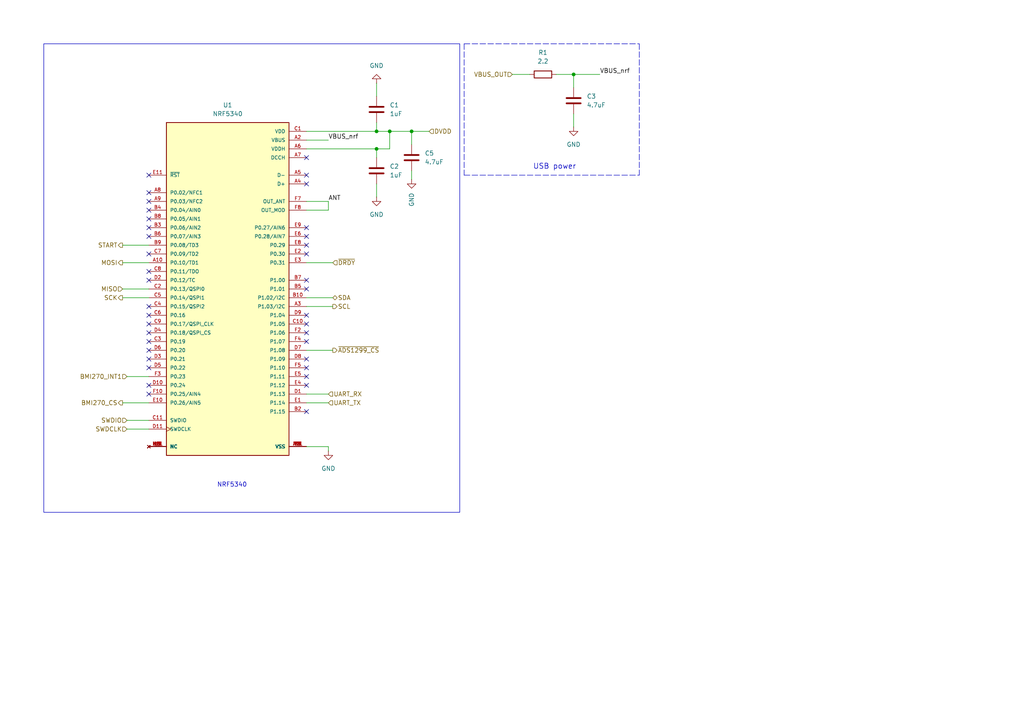
<source format=kicad_sch>
(kicad_sch (version 20231120) (generator "eeschema") (generator_version "8.0")
  (paper "A4")
  (lib_symbols
    (symbol "Device:C" (pin_numbers hide) (pin_names (offset 0.254))
      (property "Reference" "C" (at 0.635 2.54 0))
      (property "Value" "C" (at 0.635 -2.54 0))
      (symbol "C_0_1"
        (polyline (pts (xy -2.032 -0.762) (xy 2.032 -0.762)) (stroke (width 0.508)))
        (polyline (pts (xy -2.032 0.762) (xy 2.032 0.762)) (stroke (width 0.508)))
      )
      (symbol "C_1_1"
        (pin passive line (at 0 3.81 270) (length 2.794) (name "~") (number "1"))
        (pin passive line (at 0 -3.81 90) (length 2.794) (name "~") (number "2"))
      )
    )
    (symbol "Device:R" (pin_numbers hide) (pin_names (offset 0))
      (property "Reference" "R" (at 2.032 0 90))
      (property "Value" "R" (at 0 0 90))
      (symbol "R_0_1"
        (rectangle (start -1.016 -2.54) (end 1.016 2.54) (stroke (width 0.254)))
      )
      (symbol "R_1_1"
        (pin passive line (at 0 3.81 270) (length 1.27) (name "~") (number "1"))
        (pin passive line (at 0 -3.81 90) (length 1.27) (name "~") (number "2"))
      )
    )
    (symbol "ISP2053-AX-RS_1" (pin_names (offset 1.016))
      (property "Reference" "U" (at -17.78 49.022 0))
      (property "Value" "ISP2053-AX-RS" (at -17.78 -50.8 0))
      (symbol "ISP2053-AX-RS_1_0_0"
        (rectangle (start -17.78 -48.26) (end 17.78 48.26) (stroke (width 0.254)) (fill (type background)))
        (pin power_in line (at 22.86 -45.72 180) (length 5.08) (name "VSS") (number "A1"))
        (pin bidirectional line (at -22.86 7.62 0) (length 5.08) (name "P0.10/TD1") (number "A10"))
        (pin power_in line (at 22.86 -45.72 180) (length 5.08) (name "VSS") (number "A11"))
        (pin power_in line (at 22.86 43.18 180) (length 5.08) (name "VBUS") (number "A2"))
        (pin bidirectional line (at 22.86 -5.08 180) (length 5.08) (name "P1.03/I2C") (number "A3"))
        (pin bidirectional line (at 22.86 30.48 180) (length 5.08) (name "D+") (number "A4"))
        (pin bidirectional line (at 22.86 33.02 180) (length 5.08) (name "D-") (number "A5"))
        (pin power_in line (at 22.86 40.64 180) (length 5.08) (name "VDDH") (number "A6"))
        (pin power_in line (at 22.86 38.1 180) (length 5.08) (name "DCCH") (number "A7"))
        (pin bidirectional line (at -22.86 27.94 0) (length 5.08) (name "P0.02/NFC1") (number "A8"))
        (pin bidirectional line (at -22.86 25.4 0) (length 5.08) (name "P0.03/NFC2") (number "A9"))
        (pin bidirectional line (at 22.86 -2.54 180) (length 5.08) (name "P1.02/I2C") (number "B10"))
        (pin bidirectional line (at 22.86 -35.56 180) (length 5.08) (name "P1.15") (number "B2"))
        (pin bidirectional line (at -22.86 17.78 0) (length 5.08) (name "P0.06/AIN2") (number "B3"))
        (pin bidirectional line (at -22.86 22.86 0) (length 5.08) (name "P0.04/AIN0") (number "B4"))
        (pin bidirectional line (at 22.86 0 180) (length 5.08) (name "P1.01") (number "B5"))
        (pin bidirectional line (at -22.86 15.24 0) (length 5.08) (name "P0.07/AIN3") (number "B6"))
        (pin bidirectional line (at 22.86 2.54 180) (length 5.08) (name "P1.00") (number "B7"))
        (pin bidirectional line (at -22.86 20.32 0) (length 5.08) (name "P0.05/AIN1") (number "B8"))
        (pin bidirectional line (at -22.86 12.7 0) (length 5.08) (name "P0.08/TD3") (number "B9"))
        (pin power_in line (at 22.86 45.72 180) (length 5.08) (name "VDD") (number "C1"))
        (pin bidirectional line (at 22.86 -10.16 180) (length 5.08) (name "P1.05") (number "C10"))
        (pin bidirectional line (at -22.86 -38.1 0) (length 5.08) (name "SWDIO") (number "C11"))
        (pin bidirectional line (at -22.86 0 0) (length 5.08) (name "P0.13/QSPI0") (number "C2"))
        (pin bidirectional line (at -22.86 -15.24 0) (length 5.08) (name "P0.19") (number "C3"))
        (pin bidirectional line (at -22.86 -5.08 0) (length 5.08) (name "P0.15/QSPI2") (number "C4"))
        (pin bidirectional line (at -22.86 -2.54 0) (length 5.08) (name "P0.14/QSPI1") (number "C5"))
        (pin bidirectional line (at -22.86 -7.62 0) (length 5.08) (name "P0.16") (number "C6"))
        (pin bidirectional line (at -22.86 10.16 0) (length 5.08) (name "P0.09/TD2") (number "C7"))
        (pin bidirectional line (at -22.86 5.08 0) (length 5.08) (name "P0.11/TDO") (number "C8"))
        (pin bidirectional line (at -22.86 -10.16 0) (length 5.08) (name "P0.17/QSPI_CLK") (number "C9"))
        (pin bidirectional line (at 22.86 -30.48 180) (length 5.08) (name "P1.13") (number "D1"))
        (pin bidirectional line (at -22.86 -27.94 0) (length 5.08) (name "P0.24") (number "D10"))
        (pin input clock (at -22.86 -40.64 0) (length 5.08) (name "SWDCLK") (number "D11"))
        (pin bidirectional line (at -22.86 2.54 0) (length 5.08) (name "P0.12/TC") (number "D2"))
        (pin bidirectional line (at -22.86 -20.32 0) (length 5.08) (name "P0.21") (number "D3"))
        (pin bidirectional line (at -22.86 -12.7 0) (length 5.08) (name "P0.18/QSPI_CS") (number "D4"))
        (pin bidirectional line (at -22.86 -22.86 0) (length 5.08) (name "P0.22") (number "D5"))
        (pin bidirectional line (at -22.86 -17.78 0) (length 5.08) (name "P0.20") (number "D6"))
        (pin bidirectional line (at 22.86 -17.78 180) (length 5.08) (name "P1.08") (number "D7"))
        (pin bidirectional line (at 22.86 -20.32 180) (length 5.08) (name "P1.09") (number "D8"))
        (pin bidirectional line (at 22.86 -7.62 180) (length 5.08) (name "P1.04") (number "D9"))
        (pin bidirectional line (at 22.86 -33.02 180) (length 5.08) (name "P1.14") (number "E1"))
        (pin bidirectional line (at -22.86 -33.02 0) (length 5.08) (name "P0.26/AIN5") (number "E10"))
        (pin input line (at -22.86 33.02 0) (length 5.08) (name "~{RST}") (number "E11"))
        (pin bidirectional line (at 22.86 10.16 180) (length 5.08) (name "P0.30") (number "E2"))
        (pin bidirectional line (at 22.86 7.62 180) (length 5.08) (name "P0.31") (number "E3"))
        (pin bidirectional line (at 22.86 -27.94 180) (length 5.08) (name "P1.12") (number "E4"))
        (pin bidirectional line (at 22.86 -25.4 180) (length 5.08) (name "P1.11") (number "E5"))
        (pin bidirectional line (at 22.86 15.24 180) (length 5.08) (name "P0.28/AIN7") (number "E6"))
        (pin power_in line (at 22.86 -45.72 180) (length 5.08) (name "VSS") (number "E7"))
        (pin bidirectional line (at 22.86 12.7 180) (length 5.08) (name "P0.29") (number "E8"))
        (pin bidirectional line (at 22.86 17.78 180) (length 5.08) (name "P0.27/AIN6") (number "E9"))
        (pin power_in line (at 22.86 -45.72 180) (length 5.08) (name "VSS") (number "F1"))
        (pin bidirectional line (at -22.86 -30.48 0) (length 5.08) (name "P0.25/AIN4") (number "F10"))
        (pin power_in line (at 22.86 -45.72 180) (length 5.08) (name "VSS") (number "F11"))
        (pin bidirectional line (at 22.86 -12.7 180) (length 5.08) (name "P1.06") (number "F2"))
        (pin bidirectional line (at -22.86 -25.4 0) (length 5.08) (name "P0.23") (number "F3"))
        (pin bidirectional line (at 22.86 -15.24 180) (length 5.08) (name "P1.07") (number "F4"))
        (pin bidirectional line (at 22.86 -22.86 180) (length 5.08) (name "P1.10") (number "F5"))
        (pin power_in line (at 22.86 -45.72 180) (length 5.08) (name "VSS") (number "F6"))
        (pin bidirectional line (at 22.86 25.4 180) (length 5.08) (name "OUT_ANT") (number "F7"))
        (pin bidirectional line (at 22.86 22.86 180) (length 5.08) (name "OUT_MOD") (number "F8"))
        (pin power_in line (at 22.86 -45.72 180) (length 5.08) (name "VSS") (number "F9"))
        (pin no_connect line (at -22.86 -45.72 0) (length 5.08) (name "NC") (number "H1"))
        (pin no_connect line (at -22.86 -45.72 0) (length 5.08) (name "NC") (number "H11"))
        (pin no_connect line (at -22.86 -45.72 0) (length 5.08) (name "NC") (number "K1"))
        (pin no_connect line (at -22.86 -45.72 0) (length 5.08) (name "NC") (number "K11"))
        (pin no_connect line (at -22.86 -45.72 0) (length 5.08) (name "NC") (number "L1"))
        (pin no_connect line (at -22.86 -45.72 0) (length 5.08) (name "NC") (number "L11"))
        (pin no_connect line (at -22.86 -45.72 0) (length 5.08) (name "NC") (number "L3"))
        (pin no_connect line (at -22.86 -45.72 0) (length 5.08) (name "NC") (number "L5"))
        (pin no_connect line (at -22.86 -45.72 0) (length 5.08) (name "NC") (number "L7"))
        (pin no_connect line (at -22.86 -45.72 0) (length 5.08) (name "NC") (number "L9"))
      )
    )
    (symbol "power:GND" (power) (pin_numbers hide) (pin_names (offset 0) hide)
      (property "Value" "GND" (at 0 -3.81 0))
      (symbol "GND_0_1"
        (polyline (pts (xy 0 0) (xy 0 -1.27) (xy 1.27 -1.27) (xy 0 -2.54) (xy -1.27 -1.27) (xy 0 -1.27)))
      )
      (symbol "GND_1_1"
        (pin power_in line (at 0 0 270) (length 0) (name "~") (number "1"))
      )
    )
  )
  (junction (at 109.22 38.1))
  (junction (at 109.22 43.18))
  (junction (at 119.38 38.1))
  (junction (at 166.37 21.59))
  (junction (at 113.03 38.1))
  (no_connect (at 43.18 88.9))
  (no_connect (at 43.18 66.04))
  (no_connect (at 43.18 73.66))
  (no_connect (at 88.9 66.04))
  (no_connect (at 43.18 55.88))
  (no_connect (at 88.9 45.72))
  (no_connect (at 88.9 83.82))
  (no_connect (at 88.9 81.28))
  (no_connect (at 88.9 68.58))
  (no_connect (at 88.9 111.76))
  (no_connect (at 43.18 104.14))
  (no_connect (at 88.9 53.34))
  (no_connect (at 43.18 91.44))
  (no_connect (at 88.9 119.38))
  (no_connect (at 43.18 78.74))
  (no_connect (at 43.18 68.58))
  (no_connect (at 88.9 109.22))
  (no_connect (at 43.18 93.98))
  (no_connect (at 43.18 63.5))
  (no_connect (at 88.9 91.44))
  (no_connect (at 88.9 73.66))
  (no_connect (at 88.9 104.14))
  (no_connect (at 88.9 99.06))
  (no_connect (at 88.9 50.8))
  (no_connect (at 43.18 99.06))
  (no_connect (at 43.18 111.76))
  (no_connect (at 43.18 101.6))
  (no_connect (at 43.18 60.96))
  (no_connect (at 43.18 58.42))
  (no_connect (at 88.9 96.52))
  (no_connect (at 43.18 106.68))
  (no_connect (at 43.18 114.3))
  (no_connect (at 88.9 71.12))
  (no_connect (at 43.18 50.8))
  (no_connect (at 43.18 81.28))
  (no_connect (at 88.9 106.68))
  (no_connect (at 43.18 96.52))
  (no_connect (at 88.9 93.98))
  (wire (pts (xy 96.52 86.36) (xy 88.9 86.36)))
  (wire (pts (xy 88.9 43.18) (xy 109.22 43.18)))
  (wire (pts (xy 161.29 21.59) (xy 166.37 21.59)))
  (wire (pts (xy 88.9 58.42) (xy 95.25 58.42)))
  (wire (pts (xy 96.52 101.6) (xy 88.9 101.6)))
  (wire (pts (xy 88.9 116.84) (xy 95.25 116.84)))
  (wire (pts (xy 43.18 109.22) (xy 36.83 109.22)))
  (wire (pts (xy 88.9 114.3) (xy 95.25 114.3)))
  (wire (pts (xy 36.83 124.46) (xy 43.18 124.46)))
  (wire (pts (xy 35.56 83.82) (xy 43.18 83.82)))
  (wire (pts (xy 88.9 38.1) (xy 109.22 38.1)))
  (wire (pts (xy 109.22 35.56) (xy 109.22 38.1)))
  (wire (pts (xy 35.56 86.36) (xy 43.18 86.36)))
  (wire (pts (xy 88.9 76.2) (xy 96.52 76.2)))
  (wire (pts (xy 109.22 27.94) (xy 109.22 24.13)))
  (wire (pts (xy 113.03 43.18) (xy 109.22 43.18)))
  (wire (pts (xy 35.56 116.84) (xy 43.18 116.84)))
  (wire (pts (xy 113.03 38.1) (xy 113.03 43.18)))
  (wire (pts (xy 148.59 21.59) (xy 153.67 21.59)))
  (wire (pts (xy 95.25 129.54) (xy 88.9 129.54)))
  (polyline (pts (xy 134.62 12.7) (xy 185.42 12.7)) (stroke (width 0) (type dash)))
  (wire (pts (xy 109.22 43.18) (xy 109.22 45.72)))
  (wire (pts (xy 119.38 49.53) (xy 119.38 52.07)))
  (wire (pts (xy 88.9 40.64) (xy 95.25 40.64)))
  (wire (pts (xy 119.38 38.1) (xy 124.46 38.1)))
  (wire (pts (xy 95.25 58.42) (xy 95.25 60.96)))
  (wire (pts (xy 88.9 60.96) (xy 95.25 60.96)))
  (polyline (pts (xy 185.42 12.7) (xy 185.42 50.8)) (stroke (width 0) (type dash)))
  (wire (pts (xy 43.18 71.12) (xy 35.56 71.12)))
  (wire (pts (xy 36.83 121.92) (xy 43.18 121.92)))
  (wire (pts (xy 166.37 33.02) (xy 166.37 36.83)))
  (polyline (pts (xy 134.62 50.8) (xy 185.42 50.8)) (stroke (width 0) (type dash)))
  (wire (pts (xy 166.37 21.59) (xy 166.37 25.4)))
  (wire (pts (xy 95.25 130.81) (xy 95.25 129.54)))
  (polyline (pts (xy 134.62 12.7) (xy 134.62 50.8)) (stroke (width 0) (type dash)))
  (wire (pts (xy 96.52 88.9) (xy 88.9 88.9)))
  (wire (pts (xy 109.22 38.1) (xy 113.03 38.1)))
  (wire (pts (xy 113.03 38.1) (xy 119.38 38.1)))
  (wire (pts (xy 166.37 21.59) (xy 173.99 21.59)))
  (wire (pts (xy 109.22 53.34) (xy 109.22 57.15)))
  (wire (pts (xy 35.56 76.2) (xy 43.18 76.2)))
  (wire (pts (xy 119.38 38.1) (xy 119.38 41.91)))
  (rectangle (start 12.7 12.7) (end 133.35 148.59))
  (text "NRF5340" (at 67.31 140.716 0) (effects (font (size 1.27 1.27))))
  (text "USB power" (at 167.132 49.276 0) (effects (font (size 1.524 1.524)) (justify right bottom)))
  (label "VBUS_nrf" (at 95.25 40.64 0))
  (label "VBUS_nrf" (at 173.99 21.59 0))
  (label "ANT" (at 95.25 58.42 0))
  (hierarchical_label "SWDCLK" (shape input) (at 36.83 124.46 180))
  (hierarchical_label "UART_TX" (shape input) (at 95.25 116.84 0))
  (hierarchical_label "SWDIO" (shape input) (at 36.83 121.92 180))
  (hierarchical_label "~{DRDY}" (shape input) (at 96.52 76.2 0))
  (hierarchical_label "BMI270_CS" (shape output) (at 35.56 116.84 180))
  (hierarchical_label "SCL" (shape output) (at 96.52 88.9 0))
  (hierarchical_label "MISO" (shape input) (at 35.56 83.82 180))
  (hierarchical_label "UART_RX" (shape input) (at 95.25 114.3 0))
  (hierarchical_label "BMI270_INT1" (shape input) (at 36.83 109.22 180))
  (hierarchical_label "DVDD" (shape input) (at 124.46 38.1 0))
  (hierarchical_label "VBUS_OUT" (shape input) (at 148.59 21.59 180))
  (hierarchical_label "~{ADS1299_CS}" (shape output) (at 96.52 101.6 0))
  (hierarchical_label "MOSI" (shape output) (at 35.56 76.2 180))
  (hierarchical_label "START" (shape output) (at 35.56 71.12 180))
  (hierarchical_label "SCK" (shape output) (at 35.56 86.36 180))
  (hierarchical_label "SDA" (shape bidirectional) (at 96.52 86.36 0))
  (symbol (lib_id "power:GND") (at 166.37 36.83 0) (unit 1)
    (property "Reference" "#PWR05" (effects (hide yes)))
    (property "Value" "GND" (at 166.37 41.91 0))
    (property "Description" "Power symbol creates a global label with name \"GND\" , ground" (effects (hide yes)))
  )
  (symbol (lib_id "Device:C") (at 109.22 31.75 0) (unit 1)
    (property "Reference" "C1" (at 113.03 30.4799 0) (effects (justify left)))
    (property "Value" "1uF" (at 113.03 33.0199 0) (effects (justify left)))
    (property "Footprint" "Capacitor_SMD:C_0402_1005Metric" (effects (hide yes)))
    (property "Description" "10V 1uF X5R ±10% 0402  Multilayer Ceramic Capacitors MLCC - SMD/SMT ROHS" (effects (hide yes)))
    (property "Type" "Surface Mount " (effects (hide yes)))
    (property "Package" "0402 (1005 Metric)" (effects (hide yes)))
    (property "MANUFACTURER" "Murata Electronics" (effects (hide yes)))
    (property "MANUFACTURER_PART_NUMBER" "GRM155R61A105KE15D" (effects (hide yes)))
  )
  (symbol (lib_id "power:GND") (at 95.25 130.81 0) (unit 1)
    (property "Reference" "#PWR01" (effects (hide yes)))
    (property "Value" "GND" (at 95.25 135.89 0))
    (property "Description" "Power symbol creates a global label with name \"GND\" , ground" (effects (hide yes)))
  )
  (symbol (lib_id "power:GND") (at 109.22 57.15 0) (unit 1)
    (property "Reference" "#PWR03" (effects (hide yes)))
    (property "Value" "GND" (at 109.22 62.23 0))
    (property "Description" "Power symbol creates a global label with name \"GND\" , ground" (effects (hide yes)))
  )
  (symbol (lib_id "Device:C") (at 166.37 29.21 0) (unit 1)
    (property "Reference" "C3" (at 170.18 27.9399 0) (effects (justify left)))
    (property "Value" "4.7uF" (at 170.18 30.4799 0) (effects (justify left)))
    (property "Footprint" "Capacitor_SMD:C_0402_1005Metric" (effects (hide yes)))
    (property "Description" "10V 4.7uF X5R ±20% 0402  Multilayer Ceramic Capacitors MLCC - SMD/SMT ROHS" (effects (hide yes)))
    (property "Type" "Surface Mount " (effects (hide yes)))
    (property "Package" "0402 (1005 Metric)" (effects (hide yes)))
    (property "MANUFACTURER" "Murata Electronics" (effects (hide yes)))
    (property "MANUFACTURER_PART_NUMBER" "GRM155R61A475MEAAD" (effects (hide yes)))
  )
  (symbol (lib_id "Device:R") (at 157.48 21.59 90) (unit 1)
    (property "Reference" "R1" (at 157.48 15.24 90))
    (property "Value" "2.2" (at 157.48 17.78 90))
    (property "Footprint" "Resistor_SMD:R_0402_1005Metric" (effects (hide yes)))
    (property "Description" "62.5mW Thick Film Resistors 50V ±1% ±200ppm/℃ 2.2Ω 0402  Chip Resistor - Surface Mount ROHS" (effects (hide yes)))
    (property "Type" "Surface Mount " (effects (hide yes)))
    (property "MANUFACTURER" "YAGEO" (effects (hide yes)))
    (property "MANUFACTURER_PART_NUMBER" "RC0402FR-072R2L" (effects (hide yes)))
    (property "Package" "0402 (1005 Metric)" (effects (hide yes)))
  )
  (symbol (lib_name "ISP2053-AX-RS_1") (lib_id "ISP2053-AX-RS:ISP2053-AX-RS") (at 66.04 83.82 0) (unit 1)
    (property "Reference" "U1" (at 66.04 30.48 0))
    (property "Value" "NRF5340" (at 66.04 33.02 0))
    (property "Footprint" "ISP2053-AX-RS:XCVR_ISP2053-AX-RS" (effects (hide yes)))
    (property "Description" "Bluetooth Modules - 802.15.1 ISP2053-AX nRF5340 Bluetooth 5.2 LE Audio, DF and Long Range Module" (effects (hide yes)))
    (property "MF" "Insight SIP" (effects (hide yes)))
    (property "MAXIMUM_PACKAGE_HEIGHT" "1mm" (effects (hide yes)))
    (property "Package" "LGA-75" (effects (hide yes)))
    (property "Price" "None" (effects (hide yes)))
    (property "Check_prices" "https://www.snapeda.com/parts/ISP2053-AX-RS/Insight+SIP/view-part/?ref=eda" (effects (hide yes)))
    (property "STANDARD" "Manufacturer Recommendations" (effects (hide yes)))
    (property "PARTREV" "R6" (effects (hide yes)))
    (property "SnapEDA_Link" "https://www.snapeda.com/parts/ISP2053-AX-RS/Insight+SIP/view-part/?ref=snap" (effects (hide yes)))
    (property "MP" "ISP2053-AX-RS" (effects (hide yes)))
    (property "Purchase-URL" "https://www.snapeda.com/api/url_track_click_mouser/?unipart_id=12135503&manufacturer=Insight SIP&part_name=ISP2053-AX-RS&search_term=isp2053" (effects (hide yes)))
    (property "Description_1" "\n802.15.4, Bluetooth/ANT Bluetooth v5.2, Thread, Zigbee® Transceiver Module 2.4GHz Integrated, Chip Surface Mount\n" (effects (hide yes)))
    (property "Availability" "In Stock" (effects (hide yes)))
    (property "MANUFACTURER" "InsightSIP" (effects (hide yes)))
    (property "MANUFACTURER_PART_NUMBER" "ISP2053-AX-RS" (effects (hide yes)))
    (property "Type" "Surface Mount " (effects (hide yes)))
  )
  (symbol (lib_id "Device:C") (at 119.38 45.72 0) (unit 1)
    (property "Reference" "C5" (at 123.19 44.4499 0) (effects (justify left)))
    (property "Value" "4.7uF" (at 123.19 46.9899 0) (effects (justify left)))
    (property "Footprint" "Capacitor_SMD:C_0402_1005Metric" (effects (hide yes)))
    (property "Description" "10V 4.7uF X5R ±20% 0402  Multilayer Ceramic Capacitors MLCC - SMD/SMT ROHS" (effects (hide yes)))
    (property "Type" "Surface Mount " (effects (hide yes)))
    (property "Package" "0402 (1005 Metric)" (effects (hide yes)))
    (property "MANUFACTURER" "Murata Electronics" (effects (hide yes)))
    (property "MANUFACTURER_PART_NUMBER" "GRM155R61A475MEAAD" (effects (hide yes)))
  )
  (symbol (lib_id "power:GND") (at 119.38 52.07 0) (unit 1)
    (property "Reference" "#PWR07" (effects (hide yes)))
    (property "Value" "GND" (at 119.3801 55.88 90) (effects (justify right)))
    (property "Description" "Power symbol creates a global label with name \"GND\" , ground" (effects (hide yes)))
  )
  (symbol (lib_id "Device:C") (at 109.22 49.53 0) (unit 1)
    (property "Reference" "C2" (at 113.03 48.2599 0) (effects (justify left)))
    (property "Value" "1uF" (at 113.03 50.7999 0) (effects (justify left)))
    (property "Footprint" "Capacitor_SMD:C_0402_1005Metric" (effects (hide yes)))
    (property "Description" "10V 1uF X5R ±10% 0402  Multilayer Ceramic Capacitors MLCC - SMD/SMT ROHS" (effects (hide yes)))
    (property "Type" "Surface Mount " (effects (hide yes)))
    (property "Package" "0402 (1005 Metric)" (effects (hide yes)))
    (property "MANUFACTURER" "Murata Electronics" (effects (hide yes)))
    (property "MANUFACTURER_PART_NUMBER" "GRM155R61A105KE15D" (effects (hide yes)))
  )
  (symbol (lib_id "power:GND") (at 109.22 24.13 180) (unit 1)
    (property "Reference" "#PWR02" (effects (hide yes)))
    (property "Value" "GND" (at 109.22 19.05 0))
    (property "Description" "Power symbol creates a global label with name \"GND\" , ground" (effects (hide yes)))
  )
)
</source>
